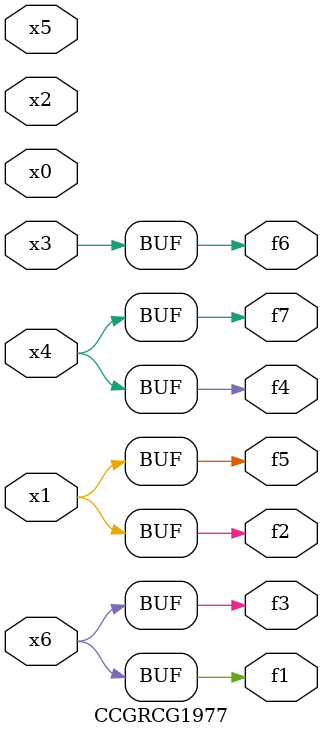
<source format=v>
module CCGRCG1977(
	input x0, x1, x2, x3, x4, x5, x6,
	output f1, f2, f3, f4, f5, f6, f7
);
	assign f1 = x6;
	assign f2 = x1;
	assign f3 = x6;
	assign f4 = x4;
	assign f5 = x1;
	assign f6 = x3;
	assign f7 = x4;
endmodule

</source>
